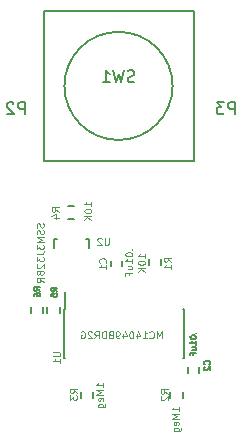
<source format=gbo>
G04 #@! TF.FileFunction,Legend,Bot*
%FSLAX46Y46*%
G04 Gerber Fmt 4.6, Leading zero omitted, Abs format (unit mm)*
G04 Created by KiCad (PCBNEW 4.0.1-stable) date 10/3/2016 3:23:18 PM*
%MOMM*%
G01*
G04 APERTURE LIST*
%ADD10C,0.100000*%
%ADD11C,0.150000*%
%ADD12C,0.050000*%
%ADD13C,0.127000*%
G04 APERTURE END LIST*
D10*
D11*
X138995850Y-73710800D02*
G75*
G03X138995850Y-73710800I-4579050J0D01*
G01*
X140766800Y-67360800D02*
X128066800Y-67360800D01*
X128066800Y-67360800D02*
X128066800Y-80060800D01*
X128066800Y-80060800D02*
X140766800Y-80060800D01*
X140766800Y-80060800D02*
X140766800Y-67360800D01*
X134714000Y-88497600D02*
X134714000Y-88997600D01*
X133764000Y-88997600D02*
X133764000Y-88497600D01*
X138015200Y-88396000D02*
X138015200Y-88896000D01*
X136965200Y-88896000D02*
X136965200Y-88396000D01*
X129799000Y-92565400D02*
X129904000Y-92565400D01*
X129799000Y-96715400D02*
X129904000Y-96715400D01*
X139949000Y-96715400D02*
X139844000Y-96715400D01*
X139949000Y-92565400D02*
X139844000Y-92565400D01*
X129799000Y-92565400D02*
X129799000Y-96715400D01*
X139949000Y-92565400D02*
X139949000Y-96715400D01*
X129904000Y-92565400D02*
X129904000Y-91190400D01*
X138794000Y-100097400D02*
X138794000Y-99597400D01*
X139844000Y-99597400D02*
X139844000Y-100097400D01*
X131199400Y-100097400D02*
X131199400Y-99597400D01*
X132249400Y-99597400D02*
X132249400Y-100097400D01*
X130128200Y-83904600D02*
X130628200Y-83904600D01*
X130628200Y-84954600D02*
X130128200Y-84954600D01*
X129129840Y-86700360D02*
X129178100Y-86700360D01*
X131928820Y-87401400D02*
X131928820Y-86700360D01*
X131928820Y-86700360D02*
X131679900Y-86700360D01*
X129129840Y-86700360D02*
X128929180Y-86700360D01*
X128929180Y-86700360D02*
X128929180Y-87401400D01*
X141267200Y-97514600D02*
X141267200Y-98014600D01*
X140317200Y-98014600D02*
X140317200Y-97514600D01*
X129430000Y-92460000D02*
X129430000Y-92960000D01*
X128380000Y-92960000D02*
X128380000Y-92460000D01*
X128033000Y-92460000D02*
X128033000Y-92960000D01*
X126983000Y-92960000D02*
X126983000Y-92460000D01*
X135750133Y-73353562D02*
X135607276Y-73401181D01*
X135369180Y-73401181D01*
X135273942Y-73353562D01*
X135226323Y-73305943D01*
X135178704Y-73210705D01*
X135178704Y-73115467D01*
X135226323Y-73020229D01*
X135273942Y-72972610D01*
X135369180Y-72924990D01*
X135559657Y-72877371D01*
X135654895Y-72829752D01*
X135702514Y-72782133D01*
X135750133Y-72686895D01*
X135750133Y-72591657D01*
X135702514Y-72496419D01*
X135654895Y-72448800D01*
X135559657Y-72401181D01*
X135321561Y-72401181D01*
X135178704Y-72448800D01*
X134845371Y-72401181D02*
X134607276Y-73401181D01*
X134416799Y-72686895D01*
X134226323Y-73401181D01*
X133988228Y-72401181D01*
X133083466Y-73401181D02*
X133654895Y-73401181D01*
X133369181Y-73401181D02*
X133369181Y-72401181D01*
X133464419Y-72544038D01*
X133559657Y-72639276D01*
X133654895Y-72686895D01*
D12*
X133320806Y-88673540D02*
X133349377Y-88644969D01*
X133377949Y-88559255D01*
X133377949Y-88502112D01*
X133349377Y-88416397D01*
X133292234Y-88359255D01*
X133235091Y-88330683D01*
X133120806Y-88302112D01*
X133035091Y-88302112D01*
X132920806Y-88330683D01*
X132863663Y-88359255D01*
X132806520Y-88416397D01*
X132777949Y-88502112D01*
X132777949Y-88559255D01*
X132806520Y-88644969D01*
X132835091Y-88673540D01*
X133377949Y-89244969D02*
X133377949Y-88902112D01*
X133377949Y-89073540D02*
X132777949Y-89073540D01*
X132863663Y-89016397D01*
X132920806Y-88959255D01*
X132949377Y-88902112D01*
X135538226Y-87546540D02*
X135566797Y-87575112D01*
X135595369Y-87546540D01*
X135566797Y-87517969D01*
X135538226Y-87546540D01*
X135595369Y-87546540D01*
X134995369Y-87946540D02*
X134995369Y-88003683D01*
X135023940Y-88060826D01*
X135052511Y-88089397D01*
X135109654Y-88117968D01*
X135223940Y-88146540D01*
X135366797Y-88146540D01*
X135481083Y-88117968D01*
X135538226Y-88089397D01*
X135566797Y-88060826D01*
X135595369Y-88003683D01*
X135595369Y-87946540D01*
X135566797Y-87889397D01*
X135538226Y-87860826D01*
X135481083Y-87832254D01*
X135366797Y-87803683D01*
X135223940Y-87803683D01*
X135109654Y-87832254D01*
X135052511Y-87860826D01*
X135023940Y-87889397D01*
X134995369Y-87946540D01*
X135595369Y-88717969D02*
X135595369Y-88375112D01*
X135595369Y-88546540D02*
X134995369Y-88546540D01*
X135081083Y-88489397D01*
X135138226Y-88432255D01*
X135166797Y-88375112D01*
X135195369Y-89232255D02*
X135595369Y-89232255D01*
X135195369Y-88975112D02*
X135509654Y-88975112D01*
X135566797Y-89003684D01*
X135595369Y-89060826D01*
X135595369Y-89146541D01*
X135566797Y-89203684D01*
X135538226Y-89232255D01*
X135281083Y-89717969D02*
X135281083Y-89517969D01*
X135595369Y-89517969D02*
X134995369Y-89517969D01*
X134995369Y-89803683D01*
X138871329Y-88606220D02*
X138585614Y-88406220D01*
X138871329Y-88263363D02*
X138271329Y-88263363D01*
X138271329Y-88491935D01*
X138299900Y-88549077D01*
X138328471Y-88577649D01*
X138385614Y-88606220D01*
X138471329Y-88606220D01*
X138528471Y-88577649D01*
X138557043Y-88549077D01*
X138585614Y-88491935D01*
X138585614Y-88263363D01*
X138871329Y-89177649D02*
X138871329Y-88834792D01*
X138871329Y-89006220D02*
X138271329Y-89006220D01*
X138357043Y-88949077D01*
X138414186Y-88891935D01*
X138442757Y-88834792D01*
X136666609Y-88269074D02*
X136666609Y-87926217D01*
X136666609Y-88097645D02*
X136066609Y-88097645D01*
X136152323Y-88040502D01*
X136209466Y-87983360D01*
X136238037Y-87926217D01*
X136066609Y-88640503D02*
X136066609Y-88697646D01*
X136095180Y-88754789D01*
X136123751Y-88783360D01*
X136180894Y-88811931D01*
X136295180Y-88840503D01*
X136438037Y-88840503D01*
X136552323Y-88811931D01*
X136609466Y-88783360D01*
X136638037Y-88754789D01*
X136666609Y-88697646D01*
X136666609Y-88640503D01*
X136638037Y-88583360D01*
X136609466Y-88554789D01*
X136552323Y-88526217D01*
X136438037Y-88497646D01*
X136295180Y-88497646D01*
X136180894Y-88526217D01*
X136123751Y-88554789D01*
X136095180Y-88583360D01*
X136066609Y-88640503D01*
X136666609Y-89097646D02*
X136066609Y-89097646D01*
X136666609Y-89440503D02*
X136323751Y-89183360D01*
X136066609Y-89440503D02*
X136409466Y-89097646D01*
X128886429Y-96261057D02*
X129372143Y-96261057D01*
X129429286Y-96289629D01*
X129457857Y-96318200D01*
X129486429Y-96375343D01*
X129486429Y-96489629D01*
X129457857Y-96546771D01*
X129429286Y-96575343D01*
X129372143Y-96603914D01*
X128886429Y-96603914D01*
X129486429Y-97203914D02*
X129486429Y-96861057D01*
X129486429Y-97032485D02*
X128886429Y-97032485D01*
X128972143Y-96975342D01*
X129029286Y-96918200D01*
X129057857Y-96861057D01*
X138068287Y-95081829D02*
X138068287Y-94481829D01*
X137868287Y-94910400D01*
X137668287Y-94481829D01*
X137668287Y-95081829D01*
X137039716Y-95024686D02*
X137068287Y-95053257D01*
X137154001Y-95081829D01*
X137211144Y-95081829D01*
X137296859Y-95053257D01*
X137354001Y-94996114D01*
X137382573Y-94938971D01*
X137411144Y-94824686D01*
X137411144Y-94738971D01*
X137382573Y-94624686D01*
X137354001Y-94567543D01*
X137296859Y-94510400D01*
X137211144Y-94481829D01*
X137154001Y-94481829D01*
X137068287Y-94510400D01*
X137039716Y-94538971D01*
X136468287Y-95081829D02*
X136811144Y-95081829D01*
X136639716Y-95081829D02*
X136639716Y-94481829D01*
X136696859Y-94567543D01*
X136754001Y-94624686D01*
X136811144Y-94653257D01*
X135954001Y-94681829D02*
X135954001Y-95081829D01*
X136096858Y-94453257D02*
X136239715Y-94881829D01*
X135868287Y-94881829D01*
X135525429Y-94481829D02*
X135468286Y-94481829D01*
X135411143Y-94510400D01*
X135382572Y-94538971D01*
X135354001Y-94596114D01*
X135325429Y-94710400D01*
X135325429Y-94853257D01*
X135354001Y-94967543D01*
X135382572Y-95024686D01*
X135411143Y-95053257D01*
X135468286Y-95081829D01*
X135525429Y-95081829D01*
X135582572Y-95053257D01*
X135611143Y-95024686D01*
X135639715Y-94967543D01*
X135668286Y-94853257D01*
X135668286Y-94710400D01*
X135639715Y-94596114D01*
X135611143Y-94538971D01*
X135582572Y-94510400D01*
X135525429Y-94481829D01*
X134811143Y-94681829D02*
X134811143Y-95081829D01*
X134954000Y-94453257D02*
X135096857Y-94881829D01*
X134725429Y-94881829D01*
X134468285Y-95081829D02*
X134354000Y-95081829D01*
X134296857Y-95053257D01*
X134268285Y-95024686D01*
X134211143Y-94938971D01*
X134182571Y-94824686D01*
X134182571Y-94596114D01*
X134211143Y-94538971D01*
X134239714Y-94510400D01*
X134296857Y-94481829D01*
X134411143Y-94481829D01*
X134468285Y-94510400D01*
X134496857Y-94538971D01*
X134525428Y-94596114D01*
X134525428Y-94738971D01*
X134496857Y-94796114D01*
X134468285Y-94824686D01*
X134411143Y-94853257D01*
X134296857Y-94853257D01*
X134239714Y-94824686D01*
X134211143Y-94796114D01*
X134182571Y-94738971D01*
X133725428Y-94767543D02*
X133639714Y-94796114D01*
X133611142Y-94824686D01*
X133582571Y-94881829D01*
X133582571Y-94967543D01*
X133611142Y-95024686D01*
X133639714Y-95053257D01*
X133696856Y-95081829D01*
X133925428Y-95081829D01*
X133925428Y-94481829D01*
X133725428Y-94481829D01*
X133668285Y-94510400D01*
X133639714Y-94538971D01*
X133611142Y-94596114D01*
X133611142Y-94653257D01*
X133639714Y-94710400D01*
X133668285Y-94738971D01*
X133725428Y-94767543D01*
X133925428Y-94767543D01*
X133325428Y-95081829D02*
X133325428Y-94481829D01*
X133182571Y-94481829D01*
X133096856Y-94510400D01*
X133039714Y-94567543D01*
X133011142Y-94624686D01*
X132982571Y-94738971D01*
X132982571Y-94824686D01*
X133011142Y-94938971D01*
X133039714Y-94996114D01*
X133096856Y-95053257D01*
X133182571Y-95081829D01*
X133325428Y-95081829D01*
X132382571Y-95081829D02*
X132582571Y-94796114D01*
X132725428Y-95081829D02*
X132725428Y-94481829D01*
X132496856Y-94481829D01*
X132439714Y-94510400D01*
X132411142Y-94538971D01*
X132382571Y-94596114D01*
X132382571Y-94681829D01*
X132411142Y-94738971D01*
X132439714Y-94767543D01*
X132496856Y-94796114D01*
X132725428Y-94796114D01*
X132153999Y-94538971D02*
X132125428Y-94510400D01*
X132068285Y-94481829D01*
X131925428Y-94481829D01*
X131868285Y-94510400D01*
X131839714Y-94538971D01*
X131811142Y-94596114D01*
X131811142Y-94653257D01*
X131839714Y-94738971D01*
X132182571Y-95081829D01*
X131811142Y-95081829D01*
X131239713Y-94510400D02*
X131296856Y-94481829D01*
X131382570Y-94481829D01*
X131468285Y-94510400D01*
X131525427Y-94567543D01*
X131553999Y-94624686D01*
X131582570Y-94738971D01*
X131582570Y-94824686D01*
X131553999Y-94938971D01*
X131525427Y-94996114D01*
X131468285Y-95053257D01*
X131382570Y-95081829D01*
X131325427Y-95081829D01*
X131239713Y-95053257D01*
X131211142Y-95024686D01*
X131211142Y-94824686D01*
X131325427Y-94824686D01*
X138582729Y-99757640D02*
X138297014Y-99557640D01*
X138582729Y-99414783D02*
X137982729Y-99414783D01*
X137982729Y-99643355D01*
X138011300Y-99700497D01*
X138039871Y-99729069D01*
X138097014Y-99757640D01*
X138182729Y-99757640D01*
X138239871Y-99729069D01*
X138268443Y-99700497D01*
X138297014Y-99643355D01*
X138297014Y-99414783D01*
X138039871Y-99986212D02*
X138011300Y-100014783D01*
X137982729Y-100071926D01*
X137982729Y-100214783D01*
X138011300Y-100271926D01*
X138039871Y-100300497D01*
X138097014Y-100329069D01*
X138154157Y-100329069D01*
X138239871Y-100300497D01*
X138582729Y-99957640D01*
X138582729Y-100329069D01*
X139514229Y-101230200D02*
X139514229Y-100887343D01*
X139514229Y-101058771D02*
X138914229Y-101058771D01*
X138999943Y-101001628D01*
X139057086Y-100944486D01*
X139085657Y-100887343D01*
X139514229Y-101487343D02*
X138914229Y-101487343D01*
X139342800Y-101687343D01*
X138914229Y-101887343D01*
X139514229Y-101887343D01*
X139485657Y-102401629D02*
X139514229Y-102344486D01*
X139514229Y-102230200D01*
X139485657Y-102173057D01*
X139428514Y-102144486D01*
X139199943Y-102144486D01*
X139142800Y-102173057D01*
X139114229Y-102230200D01*
X139114229Y-102344486D01*
X139142800Y-102401629D01*
X139199943Y-102430200D01*
X139257086Y-102430200D01*
X139314229Y-102144486D01*
X139114229Y-102944486D02*
X139599943Y-102944486D01*
X139657086Y-102915915D01*
X139685657Y-102887343D01*
X139714229Y-102830200D01*
X139714229Y-102744486D01*
X139685657Y-102687343D01*
X139485657Y-102944486D02*
X139514229Y-102887343D01*
X139514229Y-102773057D01*
X139485657Y-102715915D01*
X139457086Y-102687343D01*
X139399943Y-102658772D01*
X139228514Y-102658772D01*
X139171371Y-102687343D01*
X139142800Y-102715915D01*
X139114229Y-102773057D01*
X139114229Y-102887343D01*
X139142800Y-102944486D01*
X130914309Y-99701760D02*
X130628594Y-99501760D01*
X130914309Y-99358903D02*
X130314309Y-99358903D01*
X130314309Y-99587475D01*
X130342880Y-99644617D01*
X130371451Y-99673189D01*
X130428594Y-99701760D01*
X130514309Y-99701760D01*
X130571451Y-99673189D01*
X130600023Y-99644617D01*
X130628594Y-99587475D01*
X130628594Y-99358903D01*
X130314309Y-99901760D02*
X130314309Y-100273189D01*
X130542880Y-100073189D01*
X130542880Y-100158903D01*
X130571451Y-100216046D01*
X130600023Y-100244617D01*
X130657166Y-100273189D01*
X130800023Y-100273189D01*
X130857166Y-100244617D01*
X130885737Y-100216046D01*
X130914309Y-100158903D01*
X130914309Y-99987475D01*
X130885737Y-99930332D01*
X130857166Y-99901760D01*
X133096169Y-99203360D02*
X133096169Y-98860503D01*
X133096169Y-99031931D02*
X132496169Y-99031931D01*
X132581883Y-98974788D01*
X132639026Y-98917646D01*
X132667597Y-98860503D01*
X133096169Y-99460503D02*
X132496169Y-99460503D01*
X132924740Y-99660503D01*
X132496169Y-99860503D01*
X133096169Y-99860503D01*
X133067597Y-100374789D02*
X133096169Y-100317646D01*
X133096169Y-100203360D01*
X133067597Y-100146217D01*
X133010454Y-100117646D01*
X132781883Y-100117646D01*
X132724740Y-100146217D01*
X132696169Y-100203360D01*
X132696169Y-100317646D01*
X132724740Y-100374789D01*
X132781883Y-100403360D01*
X132839026Y-100403360D01*
X132896169Y-100117646D01*
X132696169Y-100917646D02*
X133181883Y-100917646D01*
X133239026Y-100889075D01*
X133267597Y-100860503D01*
X133296169Y-100803360D01*
X133296169Y-100717646D01*
X133267597Y-100660503D01*
X133067597Y-100917646D02*
X133096169Y-100860503D01*
X133096169Y-100746217D01*
X133067597Y-100689075D01*
X133039026Y-100660503D01*
X132981883Y-100631932D01*
X132810454Y-100631932D01*
X132753311Y-100660503D01*
X132724740Y-100689075D01*
X132696169Y-100746217D01*
X132696169Y-100860503D01*
X132724740Y-100917646D01*
X129349149Y-84349920D02*
X129063434Y-84149920D01*
X129349149Y-84007063D02*
X128749149Y-84007063D01*
X128749149Y-84235635D01*
X128777720Y-84292777D01*
X128806291Y-84321349D01*
X128863434Y-84349920D01*
X128949149Y-84349920D01*
X129006291Y-84321349D01*
X129034863Y-84292777D01*
X129063434Y-84235635D01*
X129063434Y-84007063D01*
X128949149Y-84864206D02*
X129349149Y-84864206D01*
X128720577Y-84721349D02*
X129149149Y-84578492D01*
X129149149Y-84949920D01*
X132112669Y-83913714D02*
X132112669Y-83570857D01*
X132112669Y-83742285D02*
X131512669Y-83742285D01*
X131598383Y-83685142D01*
X131655526Y-83628000D01*
X131684097Y-83570857D01*
X131512669Y-84285143D02*
X131512669Y-84342286D01*
X131541240Y-84399429D01*
X131569811Y-84428000D01*
X131626954Y-84456571D01*
X131741240Y-84485143D01*
X131884097Y-84485143D01*
X131998383Y-84456571D01*
X132055526Y-84428000D01*
X132084097Y-84399429D01*
X132112669Y-84342286D01*
X132112669Y-84285143D01*
X132084097Y-84228000D01*
X132055526Y-84199429D01*
X131998383Y-84170857D01*
X131884097Y-84142286D01*
X131741240Y-84142286D01*
X131626954Y-84170857D01*
X131569811Y-84199429D01*
X131541240Y-84228000D01*
X131512669Y-84285143D01*
X132112669Y-84742286D02*
X131512669Y-84742286D01*
X132112669Y-85085143D02*
X131769811Y-84828000D01*
X131512669Y-85085143D02*
X131855526Y-84742286D01*
X133578543Y-86590229D02*
X133578543Y-87075943D01*
X133549971Y-87133086D01*
X133521400Y-87161657D01*
X133464257Y-87190229D01*
X133349971Y-87190229D01*
X133292829Y-87161657D01*
X133264257Y-87133086D01*
X133235686Y-87075943D01*
X133235686Y-86590229D01*
X132978543Y-86647371D02*
X132949972Y-86618800D01*
X132892829Y-86590229D01*
X132749972Y-86590229D01*
X132692829Y-86618800D01*
X132664258Y-86647371D01*
X132635686Y-86704514D01*
X132635686Y-86761657D01*
X132664258Y-86847371D01*
X133007115Y-87190229D01*
X132635686Y-87190229D01*
X128055657Y-85361771D02*
X128084229Y-85447485D01*
X128084229Y-85590342D01*
X128055657Y-85647485D01*
X128027086Y-85676056D01*
X127969943Y-85704628D01*
X127912800Y-85704628D01*
X127855657Y-85676056D01*
X127827086Y-85647485D01*
X127798514Y-85590342D01*
X127769943Y-85476056D01*
X127741371Y-85418914D01*
X127712800Y-85390342D01*
X127655657Y-85361771D01*
X127598514Y-85361771D01*
X127541371Y-85390342D01*
X127512800Y-85418914D01*
X127484229Y-85476056D01*
X127484229Y-85618914D01*
X127512800Y-85704628D01*
X128055657Y-85933200D02*
X128084229Y-86018914D01*
X128084229Y-86161771D01*
X128055657Y-86218914D01*
X128027086Y-86247485D01*
X127969943Y-86276057D01*
X127912800Y-86276057D01*
X127855657Y-86247485D01*
X127827086Y-86218914D01*
X127798514Y-86161771D01*
X127769943Y-86047485D01*
X127741371Y-85990343D01*
X127712800Y-85961771D01*
X127655657Y-85933200D01*
X127598514Y-85933200D01*
X127541371Y-85961771D01*
X127512800Y-85990343D01*
X127484229Y-86047485D01*
X127484229Y-86190343D01*
X127512800Y-86276057D01*
X128084229Y-86533200D02*
X127484229Y-86533200D01*
X127912800Y-86733200D01*
X127484229Y-86933200D01*
X128084229Y-86933200D01*
X127484229Y-87161771D02*
X127484229Y-87533200D01*
X127712800Y-87333200D01*
X127712800Y-87418914D01*
X127741371Y-87476057D01*
X127769943Y-87504628D01*
X127827086Y-87533200D01*
X127969943Y-87533200D01*
X128027086Y-87504628D01*
X128055657Y-87476057D01*
X128084229Y-87418914D01*
X128084229Y-87247486D01*
X128055657Y-87190343D01*
X128027086Y-87161771D01*
X127484229Y-87961772D02*
X127912800Y-87961772D01*
X127998514Y-87933200D01*
X128055657Y-87876057D01*
X128084229Y-87790343D01*
X128084229Y-87733200D01*
X127484229Y-88190343D02*
X127484229Y-88561772D01*
X127712800Y-88361772D01*
X127712800Y-88447486D01*
X127741371Y-88504629D01*
X127769943Y-88533200D01*
X127827086Y-88561772D01*
X127969943Y-88561772D01*
X128027086Y-88533200D01*
X128055657Y-88504629D01*
X128084229Y-88447486D01*
X128084229Y-88276058D01*
X128055657Y-88218915D01*
X128027086Y-88190343D01*
X127541371Y-88790344D02*
X127512800Y-88818915D01*
X127484229Y-88876058D01*
X127484229Y-89018915D01*
X127512800Y-89076058D01*
X127541371Y-89104629D01*
X127598514Y-89133201D01*
X127655657Y-89133201D01*
X127741371Y-89104629D01*
X128084229Y-88761772D01*
X128084229Y-89133201D01*
X127741371Y-89476058D02*
X127712800Y-89418916D01*
X127684229Y-89390344D01*
X127627086Y-89361773D01*
X127598514Y-89361773D01*
X127541371Y-89390344D01*
X127512800Y-89418916D01*
X127484229Y-89476058D01*
X127484229Y-89590344D01*
X127512800Y-89647487D01*
X127541371Y-89676058D01*
X127598514Y-89704630D01*
X127627086Y-89704630D01*
X127684229Y-89676058D01*
X127712800Y-89647487D01*
X127741371Y-89590344D01*
X127741371Y-89476058D01*
X127769943Y-89418916D01*
X127798514Y-89390344D01*
X127855657Y-89361773D01*
X127969943Y-89361773D01*
X128027086Y-89390344D01*
X128055657Y-89418916D01*
X128084229Y-89476058D01*
X128084229Y-89590344D01*
X128055657Y-89647487D01*
X128027086Y-89676058D01*
X127969943Y-89704630D01*
X127855657Y-89704630D01*
X127798514Y-89676058D01*
X127769943Y-89647487D01*
X127741371Y-89590344D01*
X128084229Y-90304630D02*
X127798514Y-90104630D01*
X128084229Y-89961773D02*
X127484229Y-89961773D01*
X127484229Y-90190345D01*
X127512800Y-90247487D01*
X127541371Y-90276059D01*
X127598514Y-90304630D01*
X127684229Y-90304630D01*
X127741371Y-90276059D01*
X127769943Y-90247487D01*
X127798514Y-90190345D01*
X127798514Y-89961773D01*
D13*
X142116629Y-97298933D02*
X142140819Y-97274743D01*
X142165010Y-97202171D01*
X142165010Y-97153790D01*
X142140819Y-97081219D01*
X142092438Y-97032838D01*
X142044057Y-97008647D01*
X141947295Y-96984457D01*
X141874724Y-96984457D01*
X141777962Y-97008647D01*
X141729581Y-97032838D01*
X141681200Y-97081219D01*
X141657010Y-97153790D01*
X141657010Y-97202171D01*
X141681200Y-97274743D01*
X141705390Y-97298933D01*
X141705390Y-97492457D02*
X141681200Y-97516647D01*
X141657010Y-97565028D01*
X141657010Y-97685981D01*
X141681200Y-97734362D01*
X141705390Y-97758552D01*
X141753771Y-97782743D01*
X141802152Y-97782743D01*
X141874724Y-97758552D01*
X142165010Y-97468266D01*
X142165010Y-97782743D01*
X140948229Y-94623466D02*
X140972419Y-94647657D01*
X140996610Y-94623466D01*
X140972419Y-94599276D01*
X140948229Y-94623466D01*
X140996610Y-94623466D01*
X140488610Y-94962133D02*
X140488610Y-95010514D01*
X140512800Y-95058895D01*
X140536990Y-95083086D01*
X140585371Y-95107276D01*
X140682133Y-95131467D01*
X140803086Y-95131467D01*
X140899848Y-95107276D01*
X140948229Y-95083086D01*
X140972419Y-95058895D01*
X140996610Y-95010514D01*
X140996610Y-94962133D01*
X140972419Y-94913752D01*
X140948229Y-94889562D01*
X140899848Y-94865371D01*
X140803086Y-94841181D01*
X140682133Y-94841181D01*
X140585371Y-94865371D01*
X140536990Y-94889562D01*
X140512800Y-94913752D01*
X140488610Y-94962133D01*
X140996610Y-95615277D02*
X140996610Y-95324991D01*
X140996610Y-95470134D02*
X140488610Y-95470134D01*
X140561181Y-95421753D01*
X140609562Y-95373372D01*
X140633752Y-95324991D01*
X140657943Y-96050706D02*
X140996610Y-96050706D01*
X140657943Y-95832991D02*
X140924038Y-95832991D01*
X140972419Y-95857182D01*
X140996610Y-95905563D01*
X140996610Y-95978134D01*
X140972419Y-96026515D01*
X140948229Y-96050706D01*
X140730514Y-96461944D02*
X140730514Y-96292610D01*
X140996610Y-96292610D02*
X140488610Y-96292610D01*
X140488610Y-96534515D01*
X129211010Y-91075933D02*
X128969105Y-90906600D01*
X129211010Y-90785647D02*
X128703010Y-90785647D01*
X128703010Y-90979171D01*
X128727200Y-91027552D01*
X128751390Y-91051743D01*
X128799771Y-91075933D01*
X128872343Y-91075933D01*
X128920724Y-91051743D01*
X128944914Y-91027552D01*
X128969105Y-90979171D01*
X128969105Y-90785647D01*
X128703010Y-91535552D02*
X128703010Y-91293647D01*
X128944914Y-91269457D01*
X128920724Y-91293647D01*
X128896533Y-91342028D01*
X128896533Y-91462981D01*
X128920724Y-91511362D01*
X128944914Y-91535552D01*
X128993295Y-91559743D01*
X129114248Y-91559743D01*
X129162629Y-91535552D01*
X129186819Y-91511362D01*
X129211010Y-91462981D01*
X129211010Y-91342028D01*
X129186819Y-91293647D01*
X129162629Y-91269457D01*
X127788610Y-91050533D02*
X127546705Y-90881200D01*
X127788610Y-90760247D02*
X127280610Y-90760247D01*
X127280610Y-90953771D01*
X127304800Y-91002152D01*
X127328990Y-91026343D01*
X127377371Y-91050533D01*
X127449943Y-91050533D01*
X127498324Y-91026343D01*
X127522514Y-91002152D01*
X127546705Y-90953771D01*
X127546705Y-90760247D01*
X127280610Y-91485962D02*
X127280610Y-91389200D01*
X127304800Y-91340819D01*
X127328990Y-91316628D01*
X127401562Y-91268247D01*
X127498324Y-91244057D01*
X127691848Y-91244057D01*
X127740229Y-91268247D01*
X127764419Y-91292438D01*
X127788610Y-91340819D01*
X127788610Y-91437581D01*
X127764419Y-91485962D01*
X127740229Y-91510152D01*
X127691848Y-91534343D01*
X127570895Y-91534343D01*
X127522514Y-91510152D01*
X127498324Y-91485962D01*
X127474133Y-91437581D01*
X127474133Y-91340819D01*
X127498324Y-91292438D01*
X127522514Y-91268247D01*
X127570895Y-91244057D01*
D11*
X126468095Y-76112381D02*
X126468095Y-75112381D01*
X126087142Y-75112381D01*
X125991904Y-75160000D01*
X125944285Y-75207619D01*
X125896666Y-75302857D01*
X125896666Y-75445714D01*
X125944285Y-75540952D01*
X125991904Y-75588571D01*
X126087142Y-75636190D01*
X126468095Y-75636190D01*
X125515714Y-75207619D02*
X125468095Y-75160000D01*
X125372857Y-75112381D01*
X125134761Y-75112381D01*
X125039523Y-75160000D01*
X124991904Y-75207619D01*
X124944285Y-75302857D01*
X124944285Y-75398095D01*
X124991904Y-75540952D01*
X125563333Y-76112381D01*
X124944285Y-76112381D01*
X144248095Y-76112381D02*
X144248095Y-75112381D01*
X143867142Y-75112381D01*
X143771904Y-75160000D01*
X143724285Y-75207619D01*
X143676666Y-75302857D01*
X143676666Y-75445714D01*
X143724285Y-75540952D01*
X143771904Y-75588571D01*
X143867142Y-75636190D01*
X144248095Y-75636190D01*
X143343333Y-75112381D02*
X142724285Y-75112381D01*
X143057619Y-75493333D01*
X142914761Y-75493333D01*
X142819523Y-75540952D01*
X142771904Y-75588571D01*
X142724285Y-75683810D01*
X142724285Y-75921905D01*
X142771904Y-76017143D01*
X142819523Y-76064762D01*
X142914761Y-76112381D01*
X143200476Y-76112381D01*
X143295714Y-76064762D01*
X143343333Y-76017143D01*
M02*

</source>
